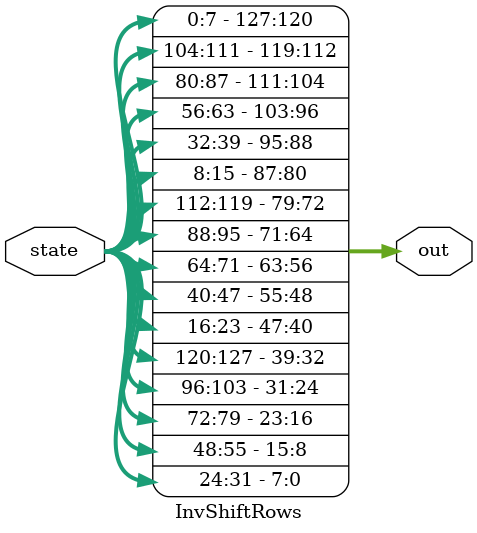
<source format=v>
module InvShiftRows(input [0:127]state,output  [0:127]out);

assign out[0:127] = { state[0:7] , state[104:111] ,state[80:87] , state[56:63] 
                    , state[32:39] , state[8:15] , state[112:119] , state[88:95]  
                    , state[64:71] , state[40:47] , state[16:23] , state[120:127] 
                    , state[96:103] , state[72:79] , state[48:55] , state[24:31]  } ; 


endmodule


</source>
